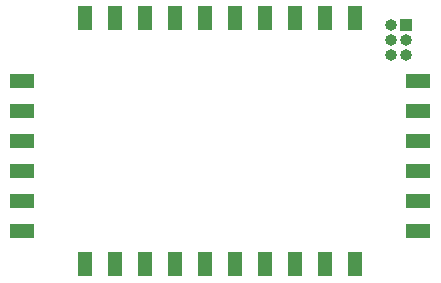
<source format=gbr>
%TF.GenerationSoftware,KiCad,Pcbnew,(6.0.4)*%
%TF.CreationDate,2023-01-22T23:07:16+01:00*%
%TF.ProjectId,panelController,70616e65-6c43-46f6-9e74-726f6c6c6572,rev?*%
%TF.SameCoordinates,Original*%
%TF.FileFunction,Soldermask,Bot*%
%TF.FilePolarity,Negative*%
%FSLAX46Y46*%
G04 Gerber Fmt 4.6, Leading zero omitted, Abs format (unit mm)*
G04 Created by KiCad (PCBNEW (6.0.4)) date 2023-01-22 23:07:16*
%MOMM*%
%LPD*%
G01*
G04 APERTURE LIST*
%ADD10C,1.000000*%
%ADD11R,1.300000X2.000000*%
%ADD12R,1.000000X1.000000*%
%ADD13O,1.000000X1.000000*%
%ADD14R,2.000000X1.300000*%
G04 APERTURE END LIST*
D10*
%TO.C,J401*%
X146050000Y-110363000D03*
D11*
X146050000Y-110633000D03*
D10*
X148590000Y-110363000D03*
D11*
X148590000Y-110633000D03*
D10*
X151130000Y-110363000D03*
D11*
X151130000Y-110633000D03*
D10*
X153670000Y-110363000D03*
D11*
X153670000Y-110633000D03*
X156210000Y-110633000D03*
D10*
X156210000Y-110363000D03*
D11*
X158750000Y-110633000D03*
D10*
X158750000Y-110363000D03*
X161290000Y-110363000D03*
D11*
X161290000Y-110633000D03*
D10*
X163830000Y-110363000D03*
D11*
X163830000Y-110633000D03*
D10*
X166370000Y-110363000D03*
D11*
X166370000Y-110633000D03*
X168910000Y-110633000D03*
D10*
X168910000Y-110363000D03*
%TD*%
D11*
%TO.C,J403*%
X168910000Y-89773000D03*
D10*
X168910000Y-90043000D03*
X166370000Y-90043000D03*
D11*
X166370000Y-89773000D03*
X163830000Y-89773000D03*
D10*
X163830000Y-90043000D03*
D11*
X161290000Y-89773000D03*
D10*
X161290000Y-90043000D03*
D11*
X158750000Y-89773000D03*
D10*
X158750000Y-90043000D03*
X156210000Y-90043000D03*
D11*
X156210000Y-89773000D03*
X153670000Y-89773000D03*
D10*
X153670000Y-90043000D03*
D11*
X151130000Y-89773000D03*
D10*
X151130000Y-90043000D03*
X148590000Y-90043000D03*
D11*
X148590000Y-89773000D03*
X146050000Y-89773000D03*
D10*
X146050000Y-90043000D03*
%TD*%
D12*
%TO.C,U14*%
X173234000Y-90373000D03*
D13*
X171964000Y-90373000D03*
X173234000Y-91643000D03*
X171964000Y-91643000D03*
X173234000Y-92913000D03*
X171964000Y-92913000D03*
%TD*%
D10*
%TO.C,J12*%
X173990000Y-107830106D03*
D14*
X174260000Y-107823000D03*
X174260000Y-105283000D03*
D10*
X173990000Y-105283000D03*
X173990000Y-102743000D03*
D14*
X174260000Y-102743000D03*
X174260000Y-100203000D03*
D10*
X173990000Y-100203000D03*
D14*
X174260000Y-97663000D03*
D10*
X173990000Y-97663000D03*
X173990000Y-95123000D03*
D14*
X174260000Y-95123000D03*
%TD*%
D10*
%TO.C,J11*%
X140995400Y-95115894D03*
D14*
X140725400Y-95123000D03*
D10*
X140995400Y-97663000D03*
D14*
X140725400Y-97663000D03*
D10*
X140995400Y-100203000D03*
D14*
X140725400Y-100203000D03*
X140725400Y-102743000D03*
D10*
X140995400Y-102743000D03*
D14*
X140725400Y-105283000D03*
D10*
X140995400Y-105283000D03*
X140995400Y-107823000D03*
D14*
X140725400Y-107823000D03*
%TD*%
M02*

</source>
